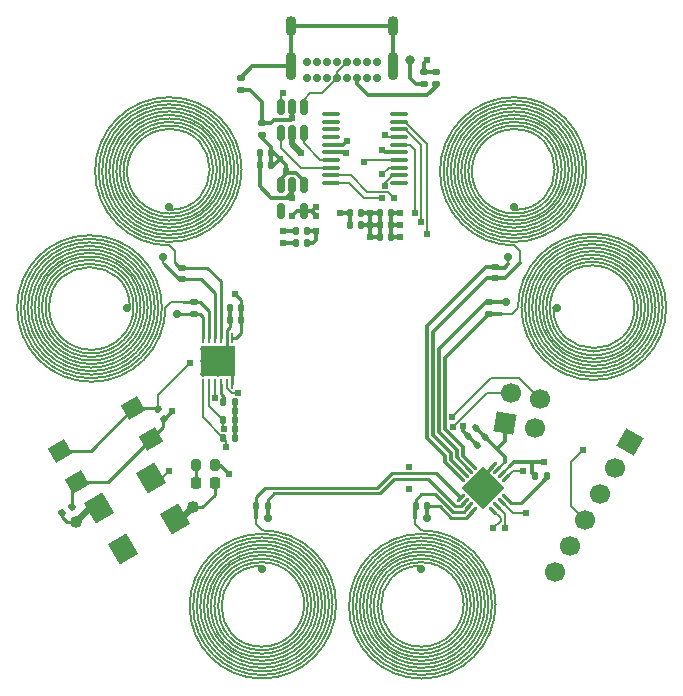
<source format=gtl>
%TF.GenerationSoftware,KiCad,Pcbnew,(6.0.8)*%
%TF.CreationDate,2023-11-01T21:59:58-07:00*%
%TF.ProjectId,OS3M_Mouse,4f53334d-5f4d-46f7-9573-652e6b696361,rev?*%
%TF.SameCoordinates,Original*%
%TF.FileFunction,Copper,L1,Top*%
%TF.FilePolarity,Positive*%
%FSLAX46Y46*%
G04 Gerber Fmt 4.6, Leading zero omitted, Abs format (unit mm)*
G04 Created by KiCad (PCBNEW (6.0.8)) date 2023-11-01 21:59:58*
%MOMM*%
%LPD*%
G01*
G04 APERTURE LIST*
G04 Aperture macros list*
%AMRoundRect*
0 Rectangle with rounded corners*
0 $1 Rounding radius*
0 $2 $3 $4 $5 $6 $7 $8 $9 X,Y pos of 4 corners*
0 Add a 4 corners polygon primitive as box body*
4,1,4,$2,$3,$4,$5,$6,$7,$8,$9,$2,$3,0*
0 Add four circle primitives for the rounded corners*
1,1,$1+$1,$2,$3*
1,1,$1+$1,$4,$5*
1,1,$1+$1,$6,$7*
1,1,$1+$1,$8,$9*
0 Add four rect primitives between the rounded corners*
20,1,$1+$1,$2,$3,$4,$5,0*
20,1,$1+$1,$4,$5,$6,$7,0*
20,1,$1+$1,$6,$7,$8,$9,0*
20,1,$1+$1,$8,$9,$2,$3,0*%
%AMHorizOval*
0 Thick line with rounded ends*
0 $1 width*
0 $2 $3 position (X,Y) of the first rounded end (center of the circle)*
0 $4 $5 position (X,Y) of the second rounded end (center of the circle)*
0 Add line between two ends*
20,1,$1,$2,$3,$4,$5,0*
0 Add two circle primitives to create the rounded ends*
1,1,$1,$2,$3*
1,1,$1,$4,$5*%
%AMRotRect*
0 Rectangle, with rotation*
0 The origin of the aperture is its center*
0 $1 length*
0 $2 width*
0 $3 Rotation angle, in degrees counterclockwise*
0 Add horizontal line*
21,1,$1,$2,0,0,$3*%
G04 Aperture macros list end*
%TA.AperFunction,EtchedComponent*%
%ADD10C,0.150000*%
%TD*%
%TA.AperFunction,ComponentPad*%
%ADD11RotRect,1.700000X1.700000X170.000000*%
%TD*%
%TA.AperFunction,ComponentPad*%
%ADD12HorizOval,1.700000X0.000000X0.000000X0.000000X0.000000X0*%
%TD*%
%TA.AperFunction,SMDPad,CuDef*%
%ADD13RoundRect,0.140000X-0.140000X-0.170000X0.140000X-0.170000X0.140000X0.170000X-0.140000X0.170000X0*%
%TD*%
%TA.AperFunction,SMDPad,CuDef*%
%ADD14RoundRect,0.140000X0.140000X0.170000X-0.140000X0.170000X-0.140000X-0.170000X0.140000X-0.170000X0*%
%TD*%
%TA.AperFunction,SMDPad,CuDef*%
%ADD15RoundRect,0.218750X0.218750X0.256250X-0.218750X0.256250X-0.218750X-0.256250X0.218750X-0.256250X0*%
%TD*%
%TA.AperFunction,SMDPad,CuDef*%
%ADD16RotRect,1.800000X2.000000X30.000000*%
%TD*%
%TA.AperFunction,SMDPad,CuDef*%
%ADD17RoundRect,0.150000X-0.150000X0.512500X-0.150000X-0.512500X0.150000X-0.512500X0.150000X0.512500X0*%
%TD*%
%TA.AperFunction,SMDPad,CuDef*%
%ADD18RoundRect,0.140000X-0.021213X0.219203X-0.219203X0.021213X0.021213X-0.219203X0.219203X-0.021213X0*%
%TD*%
%TA.AperFunction,ComponentPad*%
%ADD19C,0.700000*%
%TD*%
%TA.AperFunction,SMDPad,CuDef*%
%ADD20RoundRect,0.037500X0.037500X0.037500X-0.037500X0.037500X-0.037500X-0.037500X0.037500X-0.037500X0*%
%TD*%
%TA.AperFunction,SMDPad,CuDef*%
%ADD21RoundRect,0.135000X0.135000X0.185000X-0.135000X0.185000X-0.135000X-0.185000X0.135000X-0.185000X0*%
%TD*%
%TA.AperFunction,SMDPad,CuDef*%
%ADD22RoundRect,0.037500X-0.037500X0.037500X-0.037500X-0.037500X0.037500X-0.037500X0.037500X0.037500X0*%
%TD*%
%TA.AperFunction,SMDPad,CuDef*%
%ADD23RoundRect,0.037500X0.037500X-0.037500X0.037500X0.037500X-0.037500X0.037500X-0.037500X-0.037500X0*%
%TD*%
%TA.AperFunction,SMDPad,CuDef*%
%ADD24RoundRect,0.062500X0.062500X-0.375000X0.062500X0.375000X-0.062500X0.375000X-0.062500X-0.375000X0*%
%TD*%
%TA.AperFunction,ComponentPad*%
%ADD25C,0.500000*%
%TD*%
%TA.AperFunction,SMDPad,CuDef*%
%ADD26R,3.000000X2.600000*%
%TD*%
%TA.AperFunction,SMDPad,CuDef*%
%ADD27RoundRect,0.100000X0.637500X0.100000X-0.637500X0.100000X-0.637500X-0.100000X0.637500X-0.100000X0*%
%TD*%
%TA.AperFunction,ComponentPad*%
%ADD28RotRect,1.700000X1.700000X330.000000*%
%TD*%
%TA.AperFunction,ComponentPad*%
%ADD29HorizOval,1.700000X0.000000X0.000000X0.000000X0.000000X0*%
%TD*%
%TA.AperFunction,SMDPad,CuDef*%
%ADD30RoundRect,0.135000X0.185000X-0.135000X0.185000X0.135000X-0.185000X0.135000X-0.185000X-0.135000X0*%
%TD*%
%TA.AperFunction,SMDPad,CuDef*%
%ADD31RoundRect,0.140000X-0.217224X0.036244X-0.077224X-0.206244X0.217224X-0.036244X0.077224X0.206244X0*%
%TD*%
%TA.AperFunction,SMDPad,CuDef*%
%ADD32RoundRect,0.140000X-0.036244X-0.217224X0.206244X-0.077224X0.036244X0.217224X-0.206244X0.077224X0*%
%TD*%
%TA.AperFunction,SMDPad,CuDef*%
%ADD33RoundRect,0.135000X-0.185000X0.135000X-0.185000X-0.135000X0.185000X-0.135000X0.185000X0.135000X0*%
%TD*%
%TA.AperFunction,SMDPad,CuDef*%
%ADD34RoundRect,0.140000X0.170000X-0.140000X0.170000X0.140000X-0.170000X0.140000X-0.170000X-0.140000X0*%
%TD*%
%TA.AperFunction,SMDPad,CuDef*%
%ADD35RoundRect,0.200000X0.200000X0.275000X-0.200000X0.275000X-0.200000X-0.275000X0.200000X-0.275000X0*%
%TD*%
%TA.AperFunction,SMDPad,CuDef*%
%ADD36RoundRect,0.140000X-0.170000X0.140000X-0.170000X-0.140000X0.170000X-0.140000X0.170000X0.140000X0*%
%TD*%
%TA.AperFunction,ComponentPad*%
%ADD37O,0.900000X1.700000*%
%TD*%
%TA.AperFunction,ComponentPad*%
%ADD38O,0.900000X2.400000*%
%TD*%
%TA.AperFunction,SMDPad,CuDef*%
%ADD39RoundRect,0.135000X-0.135000X-0.185000X0.135000X-0.185000X0.135000X0.185000X-0.135000X0.185000X0*%
%TD*%
%TA.AperFunction,SMDPad,CuDef*%
%ADD40RoundRect,0.037500X-0.037500X-0.037500X0.037500X-0.037500X0.037500X0.037500X-0.037500X0.037500X0*%
%TD*%
%TA.AperFunction,SMDPad,CuDef*%
%ADD41RoundRect,0.062500X0.309359X-0.220971X-0.220971X0.309359X-0.309359X0.220971X0.220971X-0.309359X0*%
%TD*%
%TA.AperFunction,SMDPad,CuDef*%
%ADD42RoundRect,0.062500X0.309359X0.220971X0.220971X0.309359X-0.309359X-0.220971X-0.220971X-0.309359X0*%
%TD*%
%TA.AperFunction,SMDPad,CuDef*%
%ADD43RotRect,2.600000X2.600000X135.000000*%
%TD*%
%TA.AperFunction,SMDPad,CuDef*%
%ADD44RotRect,1.600000X1.400000X210.000000*%
%TD*%
%TA.AperFunction,ViaPad*%
%ADD45C,0.609600*%
%TD*%
%TA.AperFunction,ViaPad*%
%ADD46C,1.016000*%
%TD*%
%TA.AperFunction,ViaPad*%
%ADD47C,0.800000*%
%TD*%
%TA.AperFunction,Conductor*%
%ADD48C,0.304800*%
%TD*%
%TA.AperFunction,Conductor*%
%ADD49C,0.508000*%
%TD*%
%TA.AperFunction,Conductor*%
%ADD50C,0.254000*%
%TD*%
%TA.AperFunction,Conductor*%
%ADD51C,0.152400*%
%TD*%
%TA.AperFunction,Conductor*%
%ADD52C,0.250000*%
%TD*%
%TA.AperFunction,Conductor*%
%ADD53C,0.300000*%
%TD*%
G04 APERTURE END LIST*
D10*
%TO.C,L1*%
X156534844Y-90570000D02*
X156034844Y-90570000D01*
X157534844Y-91070000D02*
X157034844Y-91570000D01*
X157034844Y-91570000D02*
X156034844Y-91570000D01*
X159634844Y-91070000D02*
G75*
G03*
X168284844Y-91070000I4325000J0D01*
G01*
X159934844Y-91070000D02*
G75*
G03*
X167984844Y-91070000I4025000J0D01*
G01*
X160534844Y-91070000D02*
G75*
G03*
X167384844Y-91070000I3425000J0D01*
G01*
X160234844Y-91070000D02*
G75*
G03*
X167684844Y-91070000I3725000J0D01*
G01*
X168284844Y-91070000D02*
G75*
G03*
X159334844Y-91070000I-4475000J2514D01*
G01*
X158734844Y-91070000D02*
G75*
G03*
X169184844Y-91070000I5225000J0D01*
G01*
X158134844Y-91070000D02*
G75*
G03*
X169784844Y-91070000I5825000J0D01*
G01*
X159034844Y-91070000D02*
G75*
G03*
X168884844Y-91070000I4925000J0D01*
G01*
X157834844Y-91070000D02*
G75*
G03*
X170084844Y-91070000I6125000J0D01*
G01*
X168584844Y-91070000D02*
G75*
G03*
X159034844Y-91070000I-4775000J2356D01*
G01*
X169484844Y-91070000D02*
G75*
G03*
X158134844Y-91070000I-5675000J1982D01*
G01*
X158434844Y-91070000D02*
G75*
G03*
X169484844Y-91070000I5525000J0D01*
G01*
X159334844Y-91070000D02*
G75*
G03*
X168584844Y-91070000I4625000J0D01*
G01*
X167984844Y-91070000D02*
G75*
G03*
X159634844Y-91070000I-4175000J2695D01*
G01*
X167684844Y-91070000D02*
G75*
G03*
X159934844Y-91070000I-3875000J2903D01*
G01*
X169784844Y-91070000D02*
G75*
G03*
X157834844Y-91070000I-5975000J1883D01*
G01*
X170084844Y-91070000D02*
G75*
G03*
X157534844Y-91070000I-6275000J1793D01*
G01*
X168884844Y-91070000D02*
G75*
G03*
X158734844Y-91070000I-5075000J2217D01*
G01*
X169184844Y-91070000D02*
G75*
G03*
X158434844Y-91070000I-5375000J2093D01*
G01*
X167384844Y-91070000D02*
G75*
G03*
X160234844Y-91070000I-3575000J3147D01*
G01*
%TO.C,L2*%
X156709844Y-86805000D02*
X156709844Y-87305000D01*
X157209844Y-85805000D02*
X157709844Y-86305000D01*
X157709844Y-86305000D02*
X157709844Y-87305000D01*
X157209844Y-84005000D02*
G75*
G03*
X157209844Y-74755000I0J4625000D01*
G01*
X157209844Y-74755000D02*
G75*
G03*
X157209844Y-84305000I-2356J-4775000D01*
G01*
X157209844Y-85505000D02*
G75*
G03*
X157209844Y-73255000I0J6125000D01*
G01*
X157209844Y-73555000D02*
G75*
G03*
X157209844Y-85505000I-1883J-5975000D01*
G01*
X157209844Y-75655000D02*
G75*
G03*
X157209844Y-83405000I-2903J-3875000D01*
G01*
X157209844Y-75955000D02*
G75*
G03*
X157209844Y-83105000I-3147J-3575000D01*
G01*
X157209844Y-83105000D02*
G75*
G03*
X157209844Y-75655000I0J3725000D01*
G01*
X157209844Y-85205000D02*
G75*
G03*
X157209844Y-73555000I0J5825000D01*
G01*
X157209844Y-83405000D02*
G75*
G03*
X157209844Y-75355000I0J4025000D01*
G01*
X157209844Y-73855000D02*
G75*
G03*
X157209844Y-85205000I-1982J-5675000D01*
G01*
X157209844Y-83705000D02*
G75*
G03*
X157209844Y-75055000I0J4325000D01*
G01*
X157209844Y-75055000D02*
G75*
G03*
X157209844Y-84005000I-2514J-4475000D01*
G01*
X157209844Y-84305000D02*
G75*
G03*
X157209844Y-74455000I0J4925000D01*
G01*
X157209844Y-74155000D02*
G75*
G03*
X157209844Y-84905000I-2093J-5375000D01*
G01*
X157209844Y-73255000D02*
G75*
G03*
X157209844Y-85805000I-1793J-6275000D01*
G01*
X157209844Y-82805000D02*
G75*
G03*
X157209844Y-75955000I0J3425000D01*
G01*
X157209844Y-84605000D02*
G75*
G03*
X157209844Y-74155000I0J5225000D01*
G01*
X157209844Y-74455000D02*
G75*
G03*
X157209844Y-84605000I-2217J-5075000D01*
G01*
X157209844Y-84905000D02*
G75*
G03*
X157209844Y-73855000I0J5525000D01*
G01*
X157209844Y-75355000D02*
G75*
G03*
X157209844Y-83705000I-2695J-4175000D01*
G01*
%TO.C,L3*%
X135859844Y-109925000D02*
X135359844Y-109425000D01*
X136359844Y-108925000D02*
X136359844Y-108425000D01*
X135359844Y-109425000D02*
X135359844Y-108425000D01*
X135859844Y-121575000D02*
G75*
G03*
X135859844Y-110825000I2093J5375000D01*
G01*
X135859844Y-111425000D02*
G75*
G03*
X135859844Y-121275000I0J-4925000D01*
G01*
X135859844Y-112925000D02*
G75*
G03*
X135859844Y-119775000I0J-3425000D01*
G01*
X135859844Y-112625000D02*
G75*
G03*
X135859844Y-120075000I0J-3725000D01*
G01*
X135859844Y-110825000D02*
G75*
G03*
X135859844Y-121875000I0J-5525000D01*
G01*
X135859844Y-122475000D02*
G75*
G03*
X135859844Y-109925000I1793J6275000D01*
G01*
X135859844Y-110525000D02*
G75*
G03*
X135859844Y-122175000I0J-5825000D01*
G01*
X135859844Y-122175000D02*
G75*
G03*
X135859844Y-110225000I1883J5975000D01*
G01*
X135859844Y-120375000D02*
G75*
G03*
X135859844Y-112025000I2695J4175000D01*
G01*
X135859844Y-121275000D02*
G75*
G03*
X135859844Y-111125000I2217J5075000D01*
G01*
X135859844Y-119775000D02*
G75*
G03*
X135859844Y-112625000I3147J3575000D01*
G01*
X135859844Y-111725000D02*
G75*
G03*
X135859844Y-120975000I0J-4625000D01*
G01*
X135859844Y-112025000D02*
G75*
G03*
X135859844Y-120675000I0J-4325000D01*
G01*
X135859844Y-121875000D02*
G75*
G03*
X135859844Y-110525000I1982J5675000D01*
G01*
X135859844Y-110225000D02*
G75*
G03*
X135859844Y-122475000I0J-6125000D01*
G01*
X135859844Y-111125000D02*
G75*
G03*
X135859844Y-121575000I0J-5225000D01*
G01*
X135859844Y-112325000D02*
G75*
G03*
X135859844Y-120375000I0J-4025000D01*
G01*
X135859844Y-120675000D02*
G75*
G03*
X135859844Y-111725000I2514J4475000D01*
G01*
X135859844Y-120075000D02*
G75*
G03*
X135859844Y-112325000I2903J3875000D01*
G01*
X135859844Y-120975000D02*
G75*
G03*
X135859844Y-111425000I2356J4775000D01*
G01*
%TO.C,L5*%
X128009844Y-85805000D02*
X128509844Y-86305000D01*
X128509844Y-86305000D02*
X128509844Y-87305000D01*
X127509844Y-86805000D02*
X127509844Y-87305000D01*
X128009844Y-84905000D02*
G75*
G03*
X128009844Y-73855000I0J5525000D01*
G01*
X128009844Y-75055000D02*
G75*
G03*
X128009844Y-84005000I-2514J-4475000D01*
G01*
X128009844Y-73855000D02*
G75*
G03*
X128009844Y-85205000I-1982J-5675000D01*
G01*
X128009844Y-85505000D02*
G75*
G03*
X128009844Y-73255000I0J6125000D01*
G01*
X128009844Y-85205000D02*
G75*
G03*
X128009844Y-73555000I0J5825000D01*
G01*
X128009844Y-84605000D02*
G75*
G03*
X128009844Y-74155000I0J5225000D01*
G01*
X128009844Y-74755000D02*
G75*
G03*
X128009844Y-84305000I-2356J-4775000D01*
G01*
X128009844Y-83705000D02*
G75*
G03*
X128009844Y-75055000I0J4325000D01*
G01*
X128009844Y-75655000D02*
G75*
G03*
X128009844Y-83405000I-2903J-3875000D01*
G01*
X128009844Y-75355000D02*
G75*
G03*
X128009844Y-83705000I-2695J-4175000D01*
G01*
X128009844Y-82805000D02*
G75*
G03*
X128009844Y-75955000I0J3425000D01*
G01*
X128009844Y-83405000D02*
G75*
G03*
X128009844Y-75355000I0J4025000D01*
G01*
X128009844Y-83105000D02*
G75*
G03*
X128009844Y-75655000I0J3725000D01*
G01*
X128009844Y-73555000D02*
G75*
G03*
X128009844Y-85505000I-1883J-5975000D01*
G01*
X128009844Y-84005000D02*
G75*
G03*
X128009844Y-74755000I0J4625000D01*
G01*
X128009844Y-84305000D02*
G75*
G03*
X128009844Y-74455000I0J4925000D01*
G01*
X128009844Y-74155000D02*
G75*
G03*
X128009844Y-84905000I-2093J-5375000D01*
G01*
X128009844Y-73255000D02*
G75*
G03*
X128009844Y-85805000I-1793J-6275000D01*
G01*
X128009844Y-74455000D02*
G75*
G03*
X128009844Y-84605000I-2217J-5075000D01*
G01*
X128009844Y-75955000D02*
G75*
G03*
X128009844Y-83105000I-3147J-3575000D01*
G01*
%TO.C,L4*%
X149859844Y-108925000D02*
X149859844Y-108425000D01*
X149359844Y-109925000D02*
X148859844Y-109425000D01*
X148859844Y-109425000D02*
X148859844Y-108425000D01*
X149359844Y-111125000D02*
G75*
G03*
X149359844Y-121575000I0J-5225000D01*
G01*
X149359844Y-119775000D02*
G75*
G03*
X149359844Y-112625000I3147J3575000D01*
G01*
X149359844Y-111725000D02*
G75*
G03*
X149359844Y-120975000I0J-4625000D01*
G01*
X149359844Y-112025000D02*
G75*
G03*
X149359844Y-120675000I0J-4325000D01*
G01*
X149359844Y-120675000D02*
G75*
G03*
X149359844Y-111725000I2514J4475000D01*
G01*
X149359844Y-112325000D02*
G75*
G03*
X149359844Y-120375000I0J-4025000D01*
G01*
X149359844Y-111425000D02*
G75*
G03*
X149359844Y-121275000I0J-4925000D01*
G01*
X149359844Y-121875000D02*
G75*
G03*
X149359844Y-110525000I1982J5675000D01*
G01*
X149359844Y-121275000D02*
G75*
G03*
X149359844Y-111125000I2217J5075000D01*
G01*
X149359844Y-110525000D02*
G75*
G03*
X149359844Y-122175000I0J-5825000D01*
G01*
X149359844Y-110225000D02*
G75*
G03*
X149359844Y-122475000I0J-6125000D01*
G01*
X149359844Y-112925000D02*
G75*
G03*
X149359844Y-119775000I0J-3425000D01*
G01*
X149359844Y-121575000D02*
G75*
G03*
X149359844Y-110825000I2093J5375000D01*
G01*
X149359844Y-120975000D02*
G75*
G03*
X149359844Y-111425000I2356J4775000D01*
G01*
X149359844Y-120375000D02*
G75*
G03*
X149359844Y-112025000I2695J4175000D01*
G01*
X149359844Y-120075000D02*
G75*
G03*
X149359844Y-112325000I2903J3875000D01*
G01*
X149359844Y-110825000D02*
G75*
G03*
X149359844Y-121875000I0J-5525000D01*
G01*
X149359844Y-122175000D02*
G75*
G03*
X149359844Y-110225000I1883J5975000D01*
G01*
X149359844Y-112625000D02*
G75*
G03*
X149359844Y-120075000I0J-3725000D01*
G01*
X149359844Y-122475000D02*
G75*
G03*
X149359844Y-109925000I1793J6275000D01*
G01*
%TO.C,L6*%
X128184844Y-90570000D02*
X129184844Y-90570000D01*
X127684844Y-91070000D02*
X128184844Y-90570000D01*
X128684844Y-91570000D02*
X129184844Y-91570000D01*
X116634844Y-91070000D02*
G75*
G03*
X126184844Y-91070000I4775000J-2356D01*
G01*
X126784844Y-91070000D02*
G75*
G03*
X115734844Y-91070000I-5525000J0D01*
G01*
X124684844Y-91070000D02*
G75*
G03*
X117834844Y-91070000I-3425000J0D01*
G01*
X125284844Y-91070000D02*
G75*
G03*
X117234844Y-91070000I-4025000J0D01*
G01*
X116034844Y-91070000D02*
G75*
G03*
X126784844Y-91070000I5375000J-2093D01*
G01*
X117834844Y-91070000D02*
G75*
G03*
X124984844Y-91070000I3575000J-3147D01*
G01*
X125584844Y-91070000D02*
G75*
G03*
X116934844Y-91070000I-4325000J0D01*
G01*
X116934844Y-91070000D02*
G75*
G03*
X125884844Y-91070000I4475000J-2514D01*
G01*
X126184844Y-91070000D02*
G75*
G03*
X116334844Y-91070000I-4925000J0D01*
G01*
X127084844Y-91070000D02*
G75*
G03*
X115434844Y-91070000I-5825000J0D01*
G01*
X117534844Y-91070000D02*
G75*
G03*
X125284844Y-91070000I3875000J-2903D01*
G01*
X115134844Y-91070000D02*
G75*
G03*
X127684844Y-91070000I6275000J-1793D01*
G01*
X117234844Y-91070000D02*
G75*
G03*
X125584844Y-91070000I4175000J-2695D01*
G01*
X127384844Y-91070000D02*
G75*
G03*
X115134844Y-91070000I-6125000J0D01*
G01*
X115734844Y-91070000D02*
G75*
G03*
X127084844Y-91070000I5675000J-1982D01*
G01*
X116334844Y-91070000D02*
G75*
G03*
X126484844Y-91070000I5075000J-2217D01*
G01*
X115434844Y-91070000D02*
G75*
G03*
X127384844Y-91070000I5975000J-1883D01*
G01*
X124984844Y-91070000D02*
G75*
G03*
X117534844Y-91070000I-3725000J0D01*
G01*
X126484844Y-91070000D02*
G75*
G03*
X116034844Y-91070000I-5225000J0D01*
G01*
X125884844Y-91070000D02*
G75*
G03*
X116634844Y-91070000I-4625000J0D01*
G01*
%TD*%
D11*
%TO.P,J3,1,Pin_1*%
%TO.N,+3.3V*%
X156464000Y-100838000D03*
D12*
%TO.P,J3,2,Pin_2*%
%TO.N,GND*%
X158965412Y-101279066D03*
%TO.P,J3,3,Pin_3*%
%TO.N,/I2C1_SDA*%
X156905066Y-98336588D03*
%TO.P,J3,4,Pin_4*%
%TO.N,/I2C1_SCL*%
X159406478Y-98777655D03*
%TD*%
D13*
%TO.P,C15,1*%
%TO.N,+3.3V*%
X145824000Y-83058000D03*
%TO.P,C15,2*%
%TO.N,GND*%
X146784000Y-83058000D03*
%TD*%
D14*
%TO.P,C11,1*%
%TO.N,+3.3V*%
X144244000Y-83058000D03*
%TO.P,C11,2*%
%TO.N,GND*%
X143284000Y-83058000D03*
%TD*%
D15*
%TO.P,D1,1,K*%
%TO.N,GND*%
X131851500Y-105918000D03*
%TO.P,D1,2,A*%
%TO.N,Net-(D1-Pad2)*%
X130276500Y-105918000D03*
%TD*%
D16*
%TO.P,X1,1,EN*%
%TO.N,unconnected-(X1-Pad1)*%
X124100295Y-111502051D03*
%TO.P,X1,2,GND*%
%TO.N,GND*%
X128499705Y-108962051D03*
%TO.P,X1,3,OUT*%
%TO.N,/40MHZ_CLK*%
X126499705Y-105497949D03*
%TO.P,X1,4,Vdd*%
%TO.N,+3.3V*%
X122100295Y-108037949D03*
%TD*%
D14*
%TO.P,C2,1*%
%TO.N,VBUS*%
X136624000Y-78994000D03*
%TO.P,C2,2*%
%TO.N,GND*%
X135664000Y-78994000D03*
%TD*%
%TO.P,C18,1*%
%TO.N,+3.3V*%
X134089844Y-91100000D03*
%TO.P,C18,2*%
%TO.N,GND*%
X133129844Y-91100000D03*
%TD*%
D17*
%TO.P,U5,1,I/O1*%
%TO.N,/USB_ESD_D-*%
X139380000Y-74046500D03*
%TO.P,U5,2,GND*%
%TO.N,GND*%
X138430000Y-74046500D03*
%TO.P,U5,3,I/O2*%
%TO.N,/USB_ESD_D+*%
X137480000Y-74046500D03*
%TO.P,U5,4,I/O2*%
%TO.N,/USB_D+*%
X137480000Y-76321500D03*
%TO.P,U5,5,VBUS*%
%TO.N,VBUS*%
X138430000Y-76321500D03*
%TO.P,U5,6,I/O1*%
%TO.N,/USB_D-*%
X139380000Y-76321500D03*
%TD*%
D18*
%TO.P,C5,1*%
%TO.N,+3.3V*%
X154009411Y-101260589D03*
%TO.P,C5,2*%
%TO.N,GND*%
X153330589Y-101939411D03*
%TD*%
D19*
%TO.P,L1,*%
%TO.N,*%
X160809844Y-91070000D03*
X156534844Y-90570000D03*
D20*
%TO.P,L1,1*%
%TO.N,Net-(C7-Pad1)*%
X156034844Y-91570000D03*
%TO.P,L1,2*%
%TO.N,Net-(C7-Pad2)*%
X156034844Y-90570000D03*
%TD*%
D21*
%TO.P,R3,1*%
%TO.N,+3.3V*%
X133619844Y-100600000D03*
%TO.P,R3,2*%
%TO.N,/I2C1_SDA*%
X132599844Y-100600000D03*
%TD*%
D14*
%TO.P,C17,1*%
%TO.N,+3.3V*%
X134089844Y-92100000D03*
%TO.P,C17,2*%
%TO.N,GND*%
X133129844Y-92100000D03*
%TD*%
D19*
%TO.P,L2,*%
%TO.N,*%
X156709844Y-86805000D03*
X157209844Y-82530000D03*
D22*
%TO.P,L2,1*%
%TO.N,Net-(C8-Pad1)*%
X157709844Y-87305000D03*
%TO.P,L2,2*%
%TO.N,Net-(C8-Pad2)*%
X156709844Y-87305000D03*
%TD*%
D19*
%TO.P,L3,*%
%TO.N,*%
X136359844Y-108925000D03*
X135859844Y-113200000D03*
D23*
%TO.P,L3,1*%
%TO.N,Net-(C9-Pad1)*%
X135359844Y-108425000D03*
%TO.P,L3,2*%
%TO.N,Net-(C9-Pad2)*%
X136359844Y-108425000D03*
%TD*%
D24*
%TO.P,U4,1,SCL*%
%TO.N,/I2C1_SCL*%
X130859844Y-97537500D03*
%TO.P,U4,2,SDA*%
%TO.N,/I2C1_SDA*%
X131359844Y-97537500D03*
%TO.P,U4,3,CLKIN*%
%TO.N,/40MHZ_CLK*%
X131859844Y-97537500D03*
%TO.P,U4,4,ADDR*%
%TO.N,Net-(R5-Pad1)*%
X132359844Y-97537500D03*
%TO.P,U4,5,INTB*%
%TO.N,/LDC1612_INTB*%
X132859844Y-97537500D03*
%TO.P,U4,6,SD*%
%TO.N,GND*%
X133359844Y-97537500D03*
%TO.P,U4,7,VDD*%
%TO.N,+3.3V*%
X133359844Y-93662500D03*
%TO.P,U4,8,GND*%
%TO.N,GND*%
X132859844Y-93662500D03*
%TO.P,U4,9,IN0A*%
%TO.N,Net-(C19-Pad1)*%
X132359844Y-93662500D03*
%TO.P,U4,10,IN0B*%
%TO.N,Net-(C19-Pad2)*%
X131859844Y-93662500D03*
%TO.P,U4,11,IN1A*%
%TO.N,Net-(C20-Pad1)*%
X131359844Y-93662500D03*
%TO.P,U4,12,IN1B*%
%TO.N,Net-(C20-Pad2)*%
X130859844Y-93662500D03*
D25*
%TO.P,U4,13,GND*%
%TO.N,GND*%
X133359844Y-95600000D03*
X130859844Y-95600000D03*
X130859844Y-94550000D03*
X132109844Y-94550000D03*
X133359844Y-94550000D03*
X133359844Y-96650000D03*
D26*
X132109844Y-95600000D03*
D25*
X132109844Y-96650000D03*
X132109844Y-95600000D03*
X130859844Y-96650000D03*
%TD*%
D17*
%TO.P,U1,1,VIN*%
%TO.N,VBUS*%
X139380000Y-80650500D03*
%TO.P,U1,2,GND*%
%TO.N,GND*%
X138430000Y-80650500D03*
%TO.P,U1,3,EN*%
%TO.N,VBUS*%
X137480000Y-80650500D03*
%TO.P,U1,4,NC*%
%TO.N,unconnected-(U1-Pad4)*%
X137480000Y-82925500D03*
%TO.P,U1,5,VOUT*%
%TO.N,+3.3V*%
X139380000Y-82925500D03*
%TD*%
D27*
%TO.P,U3,1,PB8*%
%TO.N,unconnected-(U3-Pad1)*%
X147472500Y-80525000D03*
%TO.P,U3,2,PF0*%
%TO.N,/I2C1_SDA*%
X147472500Y-79875000D03*
%TO.P,U3,3,PF1*%
%TO.N,/I2C1_SCL*%
X147472500Y-79225000D03*
%TO.P,U3,4,NRST*%
%TO.N,/~{RST}*%
X147472500Y-78575000D03*
%TO.P,U3,5,VDDA*%
%TO.N,+3.3V*%
X147472500Y-77925000D03*
%TO.P,U3,6,PA0*%
%TO.N,/LDC1614_INTB*%
X147472500Y-77275000D03*
%TO.P,U3,7,PA1*%
%TO.N,/LDC1612_INTB*%
X147472500Y-76625000D03*
%TO.P,U3,8,PA2*%
%TO.N,/UART2_TX*%
X147472500Y-75975000D03*
%TO.P,U3,9,PA3*%
%TO.N,/UART2_RX*%
X147472500Y-75325000D03*
%TO.P,U3,10,PA4*%
%TO.N,unconnected-(U3-Pad10)*%
X147472500Y-74675000D03*
%TO.P,U3,11,PA5*%
%TO.N,unconnected-(U3-Pad11)*%
X141747500Y-74675000D03*
%TO.P,U3,12,PA6*%
%TO.N,unconnected-(U3-Pad12)*%
X141747500Y-75325000D03*
%TO.P,U3,13,PA7*%
%TO.N,unconnected-(U3-Pad13)*%
X141747500Y-75975000D03*
%TO.P,U3,14,PB1*%
%TO.N,unconnected-(U3-Pad14)*%
X141747500Y-76625000D03*
%TO.P,U3,15,VSS*%
%TO.N,GND*%
X141747500Y-77275000D03*
%TO.P,U3,16,VDD*%
%TO.N,+3.3V*%
X141747500Y-77925000D03*
%TO.P,U3,17,PA9/PA11*%
%TO.N,/USB_D-*%
X141747500Y-78575000D03*
%TO.P,U3,18,PA10/PA12*%
%TO.N,/USB_D+*%
X141747500Y-79225000D03*
%TO.P,U3,19,PA13*%
%TO.N,/SWDIO*%
X141747500Y-79875000D03*
%TO.P,U3,20,PA14*%
%TO.N,/SWCLK*%
X141747500Y-80525000D03*
%TD*%
D19*
%TO.P,L5,*%
%TO.N,*%
X127509844Y-86805000D03*
X128009844Y-82530000D03*
D22*
%TO.P,L5,1*%
%TO.N,Net-(C19-Pad1)*%
X128509844Y-87305000D03*
%TO.P,L5,2*%
%TO.N,Net-(C19-Pad2)*%
X127509844Y-87305000D03*
%TD*%
D13*
%TO.P,C14,1*%
%TO.N,+3.3V*%
X145824000Y-84074000D03*
%TO.P,C14,2*%
%TO.N,GND*%
X146784000Y-84074000D03*
%TD*%
D19*
%TO.P,L4,*%
%TO.N,*%
X149359844Y-113200000D03*
X149859844Y-108925000D03*
D23*
%TO.P,L4,1*%
%TO.N,Net-(C10-Pad1)*%
X148859844Y-108425000D03*
%TO.P,L4,2*%
%TO.N,Net-(C10-Pad2)*%
X149859844Y-108425000D03*
%TD*%
D28*
%TO.P,J1,1,Pin_1*%
%TO.N,GND*%
X167005000Y-102450739D03*
D29*
%TO.P,J1,2,Pin_2*%
%TO.N,+3.3V*%
X165735000Y-104650444D03*
%TO.P,J1,3,Pin_3*%
%TO.N,/UART2_TX*%
X164465000Y-106850148D03*
%TO.P,J1,4,Pin_4*%
%TO.N,/UART2_RX*%
X163195000Y-109049853D03*
%TO.P,J1,5,Pin_5*%
%TO.N,/SWDIO*%
X161925000Y-111249557D03*
%TO.P,J1,6,Pin_6*%
%TO.N,/SWCLK*%
X160655000Y-113449262D03*
%TD*%
D13*
%TO.P,C3,1*%
%TO.N,+3.3V*%
X138712000Y-84582000D03*
%TO.P,C3,2*%
%TO.N,GND*%
X139672000Y-84582000D03*
%TD*%
D30*
%TO.P,R7,1*%
%TO.N,/CC1*%
X150609844Y-72100000D03*
%TO.P,R7,2*%
%TO.N,GND*%
X150609844Y-71080000D03*
%TD*%
D14*
%TO.P,C1,1*%
%TO.N,VBUS*%
X136624000Y-77978000D03*
%TO.P,C1,2*%
%TO.N,GND*%
X135664000Y-77978000D03*
%TD*%
D31*
%TO.P,C16,1*%
%TO.N,/~{RST}*%
X127060000Y-99684308D03*
%TO.P,C16,2*%
%TO.N,GND*%
X127540000Y-100515692D03*
%TD*%
D30*
%TO.P,R6,1*%
%TO.N,/CC2*%
X149609844Y-72110000D03*
%TO.P,R6,2*%
%TO.N,GND*%
X149609844Y-71090000D03*
%TD*%
D18*
%TO.P,C6,1*%
%TO.N,+3.3V*%
X154771411Y-102022589D03*
%TO.P,C6,2*%
%TO.N,GND*%
X154092589Y-102701411D03*
%TD*%
D21*
%TO.P,R4,1*%
%TO.N,+3.3V*%
X133619844Y-102100000D03*
%TO.P,R4,2*%
%TO.N,/I2C1_SCL*%
X132599844Y-102100000D03*
%TD*%
D32*
%TO.P,C22,1*%
%TO.N,+3.3V*%
X118964308Y-108444000D03*
%TO.P,C22,2*%
%TO.N,GND*%
X119795692Y-107964000D03*
%TD*%
D33*
%TO.P,R8,1*%
%TO.N,Net-(J2-PadS1)*%
X134109844Y-71590000D03*
%TO.P,R8,2*%
%TO.N,GND*%
X134109844Y-72610000D03*
%TD*%
D14*
%TO.P,C12,1*%
%TO.N,+3.3V*%
X144244000Y-84074000D03*
%TO.P,C12,2*%
%TO.N,GND*%
X143284000Y-84074000D03*
%TD*%
D13*
%TO.P,C13,1*%
%TO.N,+3.3V*%
X145824000Y-85090000D03*
%TO.P,C13,2*%
%TO.N,GND*%
X146784000Y-85090000D03*
%TD*%
D34*
%TO.P,C8,1*%
%TO.N,Net-(C8-Pad1)*%
X155609844Y-88580000D03*
%TO.P,C8,2*%
%TO.N,Net-(C8-Pad2)*%
X155609844Y-87620000D03*
%TD*%
D35*
%TO.P,R1,1*%
%TO.N,+3.3V*%
X131889000Y-104394000D03*
%TO.P,R1,2*%
%TO.N,Net-(D1-Pad2)*%
X130239000Y-104394000D03*
%TD*%
D36*
%TO.P,C20,1*%
%TO.N,Net-(C20-Pad1)*%
X130109844Y-90620000D03*
%TO.P,C20,2*%
%TO.N,Net-(C20-Pad2)*%
X130109844Y-91580000D03*
%TD*%
D34*
%TO.P,C21,1*%
%TO.N,VBUS*%
X135890000Y-76426000D03*
%TO.P,C21,2*%
%TO.N,GND*%
X135890000Y-75466000D03*
%TD*%
D19*
%TO.P,J2,A1,GND*%
%TO.N,GND*%
X145584844Y-71625000D03*
%TO.P,J2,A4,VBUS*%
%TO.N,VBUS*%
X144734844Y-71625000D03*
%TO.P,J2,A5,CC1*%
%TO.N,/CC1*%
X143884844Y-71625000D03*
%TO.P,J2,A6,D+*%
%TO.N,/USB_ESD_D+*%
X143034844Y-71625000D03*
%TO.P,J2,A7,D-*%
%TO.N,/USB_ESD_D-*%
X142184844Y-71625000D03*
%TO.P,J2,A8,SBU1*%
%TO.N,unconnected-(J2-PadA8)*%
X141334844Y-71625000D03*
%TO.P,J2,A9,VBUS*%
%TO.N,VBUS*%
X140484844Y-71625000D03*
%TO.P,J2,A12,GND*%
%TO.N,GND*%
X139634844Y-71625000D03*
%TO.P,J2,B1,GND*%
X139634844Y-70275000D03*
%TO.P,J2,B4,VBUS*%
%TO.N,VBUS*%
X140484844Y-70275000D03*
%TO.P,J2,B5,CC2*%
%TO.N,/CC2*%
X141334844Y-70275000D03*
%TO.P,J2,B6,D+*%
%TO.N,/USB_ESD_D+*%
X142184844Y-70275000D03*
%TO.P,J2,B7,D-*%
%TO.N,/USB_ESD_D-*%
X143034844Y-70275000D03*
%TO.P,J2,B8,SBU2*%
%TO.N,unconnected-(J2-PadB8)*%
X143884844Y-70275000D03*
%TO.P,J2,B9,VBUS*%
%TO.N,VBUS*%
X144734844Y-70275000D03*
%TO.P,J2,B12,GND*%
%TO.N,GND*%
X145584844Y-70275000D03*
D37*
%TO.P,J2,S1,SHIELD*%
%TO.N,Net-(J2-PadS1)*%
X138284844Y-67265000D03*
D38*
X146934844Y-70645000D03*
X138284844Y-70645000D03*
D37*
X146934844Y-67265000D03*
%TD*%
D39*
%TO.P,R5,1*%
%TO.N,Net-(R5-Pad1)*%
X132599844Y-99100000D03*
%TO.P,R5,2*%
%TO.N,+3.3V*%
X133619844Y-99100000D03*
%TD*%
D19*
%TO.P,L6,*%
%TO.N,*%
X128684844Y-91570000D03*
X124409844Y-91070000D03*
D40*
%TO.P,L6,1*%
%TO.N,Net-(C20-Pad1)*%
X129184844Y-90570000D03*
%TO.P,L6,2*%
%TO.N,Net-(C20-Pad2)*%
X129184844Y-91570000D03*
%TD*%
D13*
%TO.P,C10,1*%
%TO.N,Net-(C10-Pad1)*%
X148879844Y-107850000D03*
%TO.P,C10,2*%
%TO.N,Net-(C10-Pad2)*%
X149839844Y-107850000D03*
%TD*%
D41*
%TO.P,U2,1,SCL*%
%TO.N,/I2C1_SCL*%
X155449533Y-108250349D03*
%TO.P,U2,2,SDA*%
%TO.N,/I2C1_SDA*%
X155803087Y-107896796D03*
%TO.P,U2,3,CLKIN*%
%TO.N,/40MHZ_CLK*%
X156156640Y-107543243D03*
%TO.P,U2,4,ADDR*%
%TO.N,Net-(R2-Pad1)*%
X156510193Y-107189689D03*
D42*
%TO.P,U2,5,INTB*%
%TO.N,/LDC1614_INTB*%
X156510193Y-105510311D03*
%TO.P,U2,6,SD*%
%TO.N,GND*%
X156156640Y-105156757D03*
%TO.P,U2,7,VDD*%
%TO.N,+3.3V*%
X155803087Y-104803204D03*
%TO.P,U2,8,GND*%
%TO.N,GND*%
X155449533Y-104449651D03*
D41*
%TO.P,U2,9,IN0A*%
%TO.N,Net-(C7-Pad1)*%
X153770155Y-104449651D03*
%TO.P,U2,10,IN0B*%
%TO.N,Net-(C7-Pad2)*%
X153416601Y-104803204D03*
%TO.P,U2,11,IN1A*%
%TO.N,Net-(C8-Pad1)*%
X153063048Y-105156757D03*
%TO.P,U2,12,IN1B*%
%TO.N,Net-(C8-Pad2)*%
X152709495Y-105510311D03*
D42*
%TO.P,U2,13,IN2A*%
%TO.N,Net-(C9-Pad1)*%
X152709495Y-107189689D03*
%TO.P,U2,14,IN2B*%
%TO.N,Net-(C9-Pad2)*%
X153063048Y-107543243D03*
%TO.P,U2,15,IN3A*%
%TO.N,Net-(C10-Pad1)*%
X153416601Y-107896796D03*
%TO.P,U2,16,IN3B*%
%TO.N,Net-(C10-Pad2)*%
X153770155Y-108250349D03*
D25*
%TO.P,U2,17,GND*%
%TO.N,GND*%
X155352306Y-105607538D03*
X154609844Y-107834924D03*
D43*
X154609844Y-106350000D03*
D25*
X153867382Y-107092462D03*
X153867382Y-105607538D03*
X154609844Y-104865076D03*
X156094768Y-106350000D03*
X154609844Y-106350000D03*
X153124920Y-106350000D03*
X155352306Y-107092462D03*
%TD*%
D34*
%TO.P,C7,1*%
%TO.N,Net-(C7-Pad1)*%
X155109844Y-91580000D03*
%TO.P,C7,2*%
%TO.N,Net-(C7-Pad2)*%
X155109844Y-90620000D03*
%TD*%
D13*
%TO.P,C4,1*%
%TO.N,+3.3V*%
X138712000Y-85598000D03*
%TO.P,C4,2*%
%TO.N,GND*%
X139672000Y-85598000D03*
%TD*%
D36*
%TO.P,C19,1*%
%TO.N,Net-(C19-Pad1)*%
X129109844Y-87720000D03*
%TO.P,C19,2*%
%TO.N,Net-(C19-Pad2)*%
X129109844Y-88680000D03*
%TD*%
D21*
%TO.P,R2,1*%
%TO.N,Net-(R2-Pad1)*%
X160022000Y-105350000D03*
%TO.P,R2,2*%
%TO.N,GND*%
X159002000Y-105350000D03*
%TD*%
D44*
%TO.P,SW1,1,1*%
%TO.N,GND*%
X120232309Y-105799038D03*
X126467691Y-102199038D03*
%TO.P,SW1,2,2*%
%TO.N,/~{RST}*%
X118732309Y-103200962D03*
X124967691Y-99600962D03*
%TD*%
D13*
%TO.P,C9,1*%
%TO.N,Net-(C9-Pad1)*%
X135379844Y-107850000D03*
%TO.P,C9,2*%
%TO.N,Net-(C9-Pad2)*%
X136339844Y-107850000D03*
%TD*%
D45*
%TO.N,VBUS*%
X137922000Y-79502000D03*
X139192000Y-77978000D03*
X137414000Y-78486000D03*
%TO.N,GND*%
X149860000Y-70104000D03*
X147574000Y-85090000D03*
X143046946Y-76979265D03*
X142494000Y-83058000D03*
X159766000Y-104140000D03*
X140462000Y-84582000D03*
X147574000Y-84074000D03*
X147574000Y-83058000D03*
D46*
X130048000Y-107950000D03*
D45*
X128270000Y-99822000D03*
X152908000Y-101092000D03*
X138430000Y-81788000D03*
X138430000Y-75049900D03*
%TO.N,+3.3V*%
X145034000Y-84074000D03*
X133096000Y-105156000D03*
X137668000Y-84582000D03*
X138430000Y-83312000D03*
X137668000Y-85598000D03*
X146050000Y-77724000D03*
X143002000Y-77978000D03*
X133619844Y-99822000D03*
X140462000Y-83312000D03*
X145034000Y-83058000D03*
D46*
X120142000Y-109220000D03*
D45*
X140462000Y-82550000D03*
X145034000Y-85090000D03*
X133604000Y-89916000D03*
X133619844Y-101330156D03*
%TO.N,/~{RST}*%
X129794000Y-95758000D03*
X144526000Y-78740000D03*
%TO.N,/UART2_TX*%
X149352000Y-83820000D03*
%TO.N,/UART2_RX*%
X149860000Y-84836000D03*
X163068000Y-103124000D03*
%TO.N,/SWDIO*%
X147066000Y-81788000D03*
%TO.N,/SWCLK*%
X146050000Y-81788000D03*
%TO.N,/USB_ESD_D+*%
X137668000Y-72898000D03*
%TO.N,/I2C1_SDA*%
X146304000Y-80772000D03*
X132611700Y-101322300D03*
X156464000Y-109728000D03*
X152034964Y-101203036D03*
%TO.N,/I2C1_SCL*%
X132842000Y-102870000D03*
X151941144Y-100330000D03*
X155448000Y-109731117D03*
X146050000Y-79756000D03*
X148336000Y-104543700D03*
X148336000Y-106426000D03*
%TO.N,/LDC1614_INTB*%
X148844000Y-83058000D03*
X157927507Y-104885793D03*
%TO.N,/LDC1612_INTB*%
X146304000Y-76454000D03*
X133858000Y-98298000D03*
%TO.N,/40MHZ_CLK*%
X131919977Y-98760676D03*
X158242000Y-108458000D03*
X128016000Y-104902000D03*
D47*
%TO.N,/CC2*%
X148359844Y-70100000D03*
%TD*%
D48*
%TO.N,VBUS*%
X136624000Y-77978000D02*
X136906000Y-77978000D01*
X136906000Y-77978000D02*
X137414000Y-78486000D01*
X136624000Y-78994000D02*
X136906000Y-78994000D01*
X138128600Y-79708600D02*
X137922000Y-79502000D01*
X137969400Y-79708600D02*
X137480000Y-80198000D01*
X137922000Y-78994000D02*
X137922000Y-79502000D01*
X136624000Y-77442000D02*
X136624000Y-77978000D01*
X138382600Y-79708600D02*
X138128600Y-79708600D01*
D49*
X138430000Y-76321500D02*
X138430000Y-77216000D01*
D48*
X137480000Y-80198000D02*
X137480000Y-80650500D01*
X138382600Y-79708600D02*
X137969400Y-79708600D01*
X136624000Y-77978000D02*
X136624000Y-78994000D01*
X136906000Y-78994000D02*
X137414000Y-78486000D01*
X139380000Y-80330737D02*
X138757863Y-79708600D01*
D49*
X138430000Y-77216000D02*
X139192000Y-77978000D01*
D48*
X135890000Y-76426000D02*
X135890000Y-76708000D01*
X138757863Y-79708600D02*
X138382600Y-79708600D01*
X135890000Y-76708000D02*
X136624000Y-77442000D01*
X139380000Y-80650500D02*
X139380000Y-80330737D01*
X137414000Y-78486000D02*
X137922000Y-78994000D01*
%TO.N,GND*%
X146784000Y-83058000D02*
X146784000Y-84074000D01*
X135890000Y-73660000D02*
X135890000Y-75466000D01*
X146784000Y-84074000D02*
X146784000Y-85090000D01*
X158750000Y-104112000D02*
X159738000Y-104112000D01*
X137922000Y-81788000D02*
X138430000Y-81788000D01*
X136906000Y-75184000D02*
X138295900Y-75184000D01*
X146784000Y-85090000D02*
X147574000Y-85090000D01*
X128499705Y-108962051D02*
X129289949Y-108962051D01*
D50*
X131851500Y-106908500D02*
X130810000Y-107950000D01*
D51*
X156156640Y-105156757D02*
X156158443Y-105156757D01*
D48*
X149609844Y-71090000D02*
X149609844Y-70354156D01*
X159738000Y-104112000D02*
X159766000Y-104140000D01*
X149609844Y-71090000D02*
X150599844Y-71090000D01*
D50*
X133129844Y-92676156D02*
X133129844Y-92100000D01*
X120232309Y-105799038D02*
X122867691Y-105799038D01*
X122867691Y-105799038D02*
X126467691Y-102199038D01*
X132859844Y-93662500D02*
X132859844Y-92946156D01*
X127508000Y-101158729D02*
X127508000Y-100547692D01*
D49*
X128499705Y-108962051D02*
X129035949Y-108962051D01*
D48*
X150599844Y-71090000D02*
X150609844Y-71080000D01*
X157734000Y-104112000D02*
X157203200Y-104112000D01*
D50*
X154609844Y-105289340D02*
X154609844Y-106350000D01*
D48*
X135664000Y-78994000D02*
X135664000Y-80800000D01*
X143284000Y-83058000D02*
X142494000Y-83058000D01*
X146784000Y-83058000D02*
X147574000Y-83058000D01*
X143284000Y-84074000D02*
X143284000Y-83058000D01*
X157734000Y-104112000D02*
X158750000Y-104112000D01*
X140208000Y-85598000D02*
X140462000Y-85344000D01*
X149609844Y-70354156D02*
X149860000Y-70104000D01*
X136624000Y-75466000D02*
X136906000Y-75184000D01*
D50*
X127576308Y-100515692D02*
X128270000Y-99822000D01*
D48*
X135664000Y-77978000D02*
X135664000Y-78994000D01*
D50*
X126467691Y-102199038D02*
X127508000Y-101158729D01*
X132859844Y-92946156D02*
X133129844Y-92676156D01*
D48*
X158750000Y-104112000D02*
X158750000Y-105098000D01*
D51*
X156158443Y-105156757D02*
X156819600Y-104495600D01*
D48*
X135890000Y-75466000D02*
X136624000Y-75466000D01*
X139672000Y-84582000D02*
X140462000Y-84582000D01*
X138295900Y-75184000D02*
X138430000Y-75049900D01*
X141747500Y-77275000D02*
X142751211Y-77275000D01*
X140462000Y-85344000D02*
X140462000Y-84582000D01*
D50*
X119795692Y-107964000D02*
X119795692Y-106235655D01*
D48*
X133129844Y-91100000D02*
X133129844Y-92100000D01*
X138430000Y-74046500D02*
X138430000Y-75049900D01*
X158750000Y-105098000D02*
X159002000Y-105350000D01*
X139672000Y-85598000D02*
X140208000Y-85598000D01*
X138430000Y-81280000D02*
X138430000Y-80650500D01*
X152908000Y-101516822D02*
X153330589Y-101939411D01*
X157203200Y-104112000D02*
X156819600Y-104495600D01*
D50*
X131851500Y-105918000D02*
X131851500Y-106908500D01*
D48*
X142751211Y-77275000D02*
X143046946Y-76979265D01*
D50*
X127508000Y-100547692D02*
X127540000Y-100515692D01*
X130810000Y-107950000D02*
X130048000Y-107950000D01*
D48*
X134109844Y-72610000D02*
X134840000Y-72610000D01*
D52*
X133359844Y-97537500D02*
X133359844Y-96650000D01*
D48*
X153330589Y-101939411D02*
X154092589Y-102701411D01*
X136652000Y-81788000D02*
X137922000Y-81788000D01*
X138430000Y-80650500D02*
X138430000Y-81788000D01*
D50*
X155449533Y-104449651D02*
X154609844Y-105289340D01*
D49*
X129035949Y-108962051D02*
X130048000Y-107950000D01*
D50*
X132859844Y-94850000D02*
X132109844Y-95600000D01*
X119795692Y-106235655D02*
X120232309Y-105799038D01*
D48*
X135664000Y-80800000D02*
X136652000Y-81788000D01*
D50*
X127540000Y-100515692D02*
X127576308Y-100515692D01*
D48*
X134840000Y-72610000D02*
X135890000Y-73660000D01*
D50*
X132859844Y-93662500D02*
X132859844Y-94850000D01*
D48*
X137922000Y-81788000D02*
X138430000Y-81280000D01*
X146784000Y-84074000D02*
X147574000Y-84074000D01*
X152908000Y-101092000D02*
X152908000Y-101516822D01*
%TO.N,+3.3V*%
X156464000Y-103715178D02*
X156464000Y-104140000D01*
X144244000Y-83058000D02*
X145034000Y-83058000D01*
X134089844Y-91100000D02*
X134089844Y-92100000D01*
D51*
X156464000Y-104142291D02*
X155803087Y-104803204D01*
D48*
X139380000Y-82925500D02*
X140075500Y-82925500D01*
D50*
X134089844Y-93240156D02*
X134089844Y-92100000D01*
X134089844Y-90401844D02*
X133604000Y-89916000D01*
X118964308Y-108444000D02*
X118964308Y-108804308D01*
D48*
X156464000Y-102362000D02*
X155787411Y-103038589D01*
D49*
X122100295Y-108037949D02*
X121324051Y-108037949D01*
D48*
X145824000Y-83058000D02*
X145034000Y-83058000D01*
X145824000Y-84074000D02*
X145034000Y-84074000D01*
D50*
X133667500Y-93662500D02*
X134089844Y-93240156D01*
D48*
X138712000Y-85598000D02*
X137668000Y-85598000D01*
X139380000Y-82925500D02*
X138816500Y-82925500D01*
X147472500Y-77925000D02*
X146251000Y-77925000D01*
X145034000Y-84074000D02*
X145034000Y-85090000D01*
X141747500Y-77925000D02*
X142949000Y-77925000D01*
X138816500Y-82925500D02*
X138430000Y-83312000D01*
D50*
X119380000Y-109220000D02*
X120142000Y-109220000D01*
D48*
X146251000Y-77925000D02*
X146050000Y-77724000D01*
X133619844Y-100600000D02*
X133619844Y-102100000D01*
D49*
X121324051Y-108037949D02*
X120142000Y-109220000D01*
D48*
X155787411Y-103038589D02*
X156464000Y-103715178D01*
X133619844Y-99100000D02*
X133619844Y-100600000D01*
X140075500Y-82925500D02*
X140462000Y-83312000D01*
D50*
X131889000Y-104394000D02*
X132334000Y-104394000D01*
D48*
X139380000Y-82925500D02*
X140086500Y-82925500D01*
D50*
X132334000Y-104394000D02*
X133096000Y-105156000D01*
X134089844Y-91100000D02*
X134089844Y-90401844D01*
X156464000Y-101346000D02*
X156464000Y-100838000D01*
X133359844Y-93662500D02*
X133667500Y-93662500D01*
X118964308Y-108804308D02*
X119380000Y-109220000D01*
D48*
X145824000Y-85090000D02*
X145034000Y-85090000D01*
X145824000Y-84074000D02*
X145824000Y-85090000D01*
X154771411Y-102022589D02*
X155787411Y-103038589D01*
D51*
X156464000Y-104140000D02*
X156464000Y-104142291D01*
D48*
X145824000Y-83058000D02*
X145824000Y-84074000D01*
X145034000Y-83058000D02*
X145034000Y-84074000D01*
X142949000Y-77925000D02*
X143002000Y-77978000D01*
X140086500Y-82925500D02*
X140462000Y-82550000D01*
X154009411Y-101260589D02*
X154771411Y-102022589D01*
X138712000Y-84582000D02*
X137668000Y-84582000D01*
X156464000Y-100838000D02*
X156464000Y-102362000D01*
X144244000Y-84074000D02*
X145034000Y-84074000D01*
D53*
%TO.N,Net-(C7-Pad1)*%
X152920504Y-102910660D02*
X151359844Y-101350000D01*
D52*
X153770155Y-104449651D02*
X152920504Y-103600000D01*
D53*
X151359844Y-101350000D02*
X151359844Y-95330000D01*
X152920504Y-103600000D02*
X152920504Y-102910660D01*
X151359844Y-95330000D02*
X155109844Y-91580000D01*
X156088594Y-91570000D02*
X155131094Y-91570000D01*
%TO.N,Net-(C7-Pad2)*%
X150859844Y-94600000D02*
X154839844Y-90620000D01*
X156338594Y-90600000D02*
X155381094Y-90600000D01*
X152359844Y-103100000D02*
X150859844Y-101600000D01*
X152359844Y-103746447D02*
X152359844Y-103100000D01*
X150859844Y-101600000D02*
X150859844Y-94600000D01*
X154839844Y-90620000D02*
X155109844Y-90620000D01*
D52*
X153416601Y-104803204D02*
X152359844Y-103746447D01*
D53*
%TO.N,Net-(C8-Pad1)*%
X150359844Y-93100000D02*
X154879844Y-88580000D01*
X154879844Y-88580000D02*
X155609844Y-88580000D01*
X151859844Y-103953553D02*
X151859844Y-103350000D01*
D52*
X153063048Y-105156757D02*
X151859844Y-103953553D01*
D53*
X150359844Y-101850000D02*
X150359844Y-93100000D01*
X151859844Y-103350000D02*
X150359844Y-101850000D01*
X157184844Y-87825000D02*
X156434844Y-88575000D01*
X156409844Y-88600000D02*
X155590156Y-88600000D01*
X156509844Y-88500000D02*
X156409844Y-88600000D01*
X157684844Y-87325000D02*
X156934844Y-88075000D01*
%TO.N,Net-(C8-Pad2)*%
X149859844Y-92600000D02*
X154839844Y-87620000D01*
D52*
X152709495Y-105510311D02*
X151359844Y-104160660D01*
D53*
X156409844Y-87700000D02*
X155500000Y-87700000D01*
X156709844Y-87400000D02*
X156559844Y-87550000D01*
X154839844Y-87620000D02*
X155609844Y-87620000D01*
X149859844Y-102100000D02*
X149859844Y-92600000D01*
X151359844Y-104160660D02*
X151359844Y-103600000D01*
X151359844Y-103600000D02*
X149859844Y-102100000D01*
X156634844Y-87475000D02*
X156484844Y-87625000D01*
X156459844Y-87650000D02*
X156409844Y-87700000D01*
D52*
%TO.N,Net-(C9-Pad1)*%
X136109844Y-106350000D02*
X135379844Y-107080000D01*
X152699533Y-107189689D02*
X150609844Y-105100000D01*
X145609844Y-106350000D02*
X136109844Y-106350000D01*
X152709495Y-107189689D02*
X152699533Y-107189689D01*
X135379844Y-107080000D02*
X135379844Y-107850000D01*
X146859844Y-105100000D02*
X145609844Y-106350000D01*
D53*
X135359844Y-108030312D02*
X135359844Y-108850000D01*
D52*
X150609844Y-105100000D02*
X146859844Y-105100000D01*
%TO.N,Net-(C9-Pad2)*%
X136909844Y-106800000D02*
X136339844Y-107370000D01*
X147081443Y-105600000D02*
X145881443Y-106800000D01*
X145881443Y-106800000D02*
X136909844Y-106800000D01*
X149922344Y-105600000D02*
X147081443Y-105600000D01*
X136339844Y-107370000D02*
X136339844Y-107850000D01*
X152719743Y-107886548D02*
X152208892Y-107886548D01*
X152208892Y-107886548D02*
X149922344Y-105600000D01*
D53*
X136359844Y-108030312D02*
X136359844Y-108850000D01*
D52*
X153063048Y-107543243D02*
X152719743Y-107886548D01*
%TO.N,Net-(C10-Pad1)*%
X148879844Y-107330000D02*
X148879844Y-107850000D01*
X149359844Y-106850000D02*
X148879844Y-107330000D01*
D53*
X148859844Y-108105312D02*
X148859844Y-108925000D01*
D52*
X153416601Y-107896796D02*
X152976849Y-108336548D01*
X150535948Y-106850000D02*
X149359844Y-106850000D01*
X152022496Y-108336548D02*
X150535948Y-106850000D01*
X152976849Y-108336548D02*
X152022496Y-108336548D01*
D53*
%TO.N,Net-(C10-Pad2)*%
X149859844Y-108105312D02*
X149859844Y-108925000D01*
D52*
X151899552Y-108850000D02*
X150899552Y-107850000D01*
X153770155Y-108250349D02*
X153170504Y-108850000D01*
X150899552Y-107850000D02*
X149839844Y-107850000D01*
X153170504Y-108850000D02*
X151899552Y-108850000D01*
D50*
%TO.N,/~{RST}*%
X124967691Y-99600962D02*
X126976654Y-99600962D01*
X126976654Y-99600962D02*
X127060000Y-99684308D01*
D51*
X144691000Y-78575000D02*
X147472500Y-78575000D01*
X144526000Y-78740000D02*
X144691000Y-78575000D01*
X127060000Y-98492000D02*
X129794000Y-95758000D01*
D50*
X121367691Y-103200962D02*
X124967691Y-99600962D01*
D51*
X127060000Y-99684308D02*
X127060000Y-98492000D01*
D50*
X118732309Y-103200962D02*
X121367691Y-103200962D01*
%TO.N,Net-(C19-Pad1)*%
X132359844Y-93662500D02*
X132359844Y-88850000D01*
X128534844Y-87325000D02*
X128884844Y-87675000D01*
X131229844Y-87720000D02*
X129109844Y-87720000D01*
X132359844Y-88850000D02*
X131229844Y-87720000D01*
%TO.N,Net-(C19-Pad2)*%
X130689844Y-88680000D02*
X129109844Y-88680000D01*
X131859844Y-93662500D02*
X131859844Y-89850000D01*
X127559844Y-87350000D02*
X128859844Y-88650000D01*
X128859844Y-88650000D02*
X129159844Y-88650000D01*
X131859844Y-89850000D02*
X130689844Y-88680000D01*
%TO.N,Net-(C20-Pad1)*%
X130019688Y-90570000D02*
X129200000Y-90570000D01*
X130109844Y-90620000D02*
X130629844Y-90620000D01*
X131359844Y-91350000D02*
X131359844Y-93662500D01*
X130629844Y-90620000D02*
X131359844Y-91350000D01*
%TO.N,Net-(C20-Pad2)*%
X129819688Y-91600000D02*
X129000000Y-91600000D01*
X130109844Y-91580000D02*
X130589844Y-91580000D01*
X130859844Y-91850000D02*
X130859844Y-93662500D01*
X130589844Y-91580000D02*
X130859844Y-91850000D01*
%TO.N,Net-(D1-Pad2)*%
X130276500Y-105918000D02*
X130276500Y-104431500D01*
X130276500Y-104431500D02*
X130239000Y-104394000D01*
D51*
%TO.N,/UART2_TX*%
X147472500Y-75975000D02*
X147988790Y-75975000D01*
X147988790Y-75975000D02*
X149352000Y-77338210D01*
X149352000Y-77338210D02*
X149352000Y-83820000D01*
%TO.N,/UART2_RX*%
X162052000Y-104140000D02*
X162052000Y-107906853D01*
X163068000Y-103124000D02*
X162052000Y-104140000D01*
X147472500Y-75325000D02*
X147988790Y-75325000D01*
X149860000Y-77196210D02*
X149860000Y-84836000D01*
X147988790Y-75325000D02*
X149860000Y-77196210D01*
X162052000Y-107906853D02*
X163195000Y-109049853D01*
%TO.N,/SWDIO*%
X144780000Y-81280000D02*
X146558000Y-81280000D01*
X141747500Y-79875000D02*
X143375000Y-79875000D01*
X146558000Y-81280000D02*
X147066000Y-81788000D01*
X143375000Y-79875000D02*
X144780000Y-81280000D01*
%TO.N,/SWCLK*%
X141747500Y-80525000D02*
X143263000Y-80525000D01*
X144526000Y-81788000D02*
X146050000Y-81788000D01*
X143263000Y-80525000D02*
X144526000Y-81788000D01*
%TO.N,/USB_ESD_D+*%
X137480000Y-73086000D02*
X137668000Y-72898000D01*
X137480000Y-74046500D02*
X137480000Y-73086000D01*
X142184844Y-70275000D02*
X142184844Y-70414950D01*
%TO.N,/USB_ESD_D-*%
X142184844Y-71125000D02*
X143034844Y-70275000D01*
X139954000Y-72898000D02*
X139380000Y-73472000D01*
X139380000Y-73472000D02*
X139380000Y-74046500D01*
X140911844Y-72898000D02*
X139954000Y-72898000D01*
X142184844Y-71625000D02*
X142184844Y-71125000D01*
X142184844Y-71625000D02*
X140911844Y-72898000D01*
D53*
%TO.N,Net-(J2-PadS1)*%
X135054844Y-70645000D02*
X138284844Y-70645000D01*
X134109844Y-71590000D02*
X135054844Y-70645000D01*
X138284844Y-67265000D02*
X138284844Y-70645000D01*
X138284844Y-67265000D02*
X146934844Y-67265000D01*
X146934844Y-67265000D02*
X146934844Y-70645000D01*
D52*
%TO.N,Net-(R2-Pad1)*%
X157859844Y-107600000D02*
X156920504Y-107600000D01*
X156920504Y-107600000D02*
X156510193Y-107189689D01*
D48*
X159619844Y-105840000D02*
X160022000Y-105437844D01*
D53*
X159619844Y-105840000D02*
X157859844Y-107600000D01*
D48*
X160022000Y-105437844D02*
X160022000Y-105350000D01*
D51*
%TO.N,/I2C1_SDA*%
X131359844Y-97537500D02*
X131359844Y-99360000D01*
X156464000Y-109728000D02*
X156464000Y-108557709D01*
X146304000Y-80772000D02*
X146304000Y-80527210D01*
X146956210Y-79875000D02*
X147472500Y-79875000D01*
X131359844Y-99360000D02*
X132599844Y-100600000D01*
X132599844Y-101310444D02*
X132611700Y-101322300D01*
X154901412Y-98336588D02*
X152034964Y-101203036D01*
X132599844Y-100600000D02*
X132599844Y-101310444D01*
X156464000Y-108557709D02*
X155803087Y-107896796D01*
X156905066Y-98336588D02*
X154901412Y-98336588D01*
X146304000Y-80527210D02*
X146956210Y-79875000D01*
%TO.N,/I2C1_SCL*%
X132842000Y-102342156D02*
X132599844Y-102100000D01*
X155448000Y-109731117D02*
X156057600Y-109121517D01*
X157656823Y-97028000D02*
X156210000Y-97028000D01*
X156210000Y-97028000D02*
X155243144Y-97028000D01*
X156057600Y-108858416D02*
X155449533Y-108250349D01*
X159406478Y-98777655D02*
X157656823Y-97028000D01*
X146581000Y-79225000D02*
X147472500Y-79225000D01*
X155243144Y-97028000D02*
X151941144Y-100330000D01*
X130859844Y-100360000D02*
X132599844Y-102100000D01*
X132842000Y-102870000D02*
X132842000Y-102342156D01*
X130859844Y-97537500D02*
X130859844Y-100360000D01*
X156057600Y-109121517D02*
X156057600Y-108858416D01*
X147449500Y-79248000D02*
X147472500Y-79225000D01*
X146050000Y-79756000D02*
X146581000Y-79225000D01*
D52*
%TO.N,Net-(R5-Pad1)*%
X132359844Y-97537500D02*
X132359844Y-98350000D01*
X132609844Y-98600000D02*
X132609844Y-99090000D01*
X132359844Y-98350000D02*
X132609844Y-98600000D01*
X132609844Y-99090000D02*
X132599844Y-99100000D01*
D51*
%TO.N,/LDC1614_INTB*%
X148844000Y-77724000D02*
X148844000Y-83058000D01*
X147472500Y-77275000D02*
X148395000Y-77275000D01*
X148395000Y-77275000D02*
X148590000Y-77470000D01*
X157134711Y-104885793D02*
X156510193Y-105510311D01*
X157927507Y-104885793D02*
X157134711Y-104885793D01*
X148590000Y-77470000D02*
X148844000Y-77724000D01*
%TO.N,/USB_D-*%
X140805000Y-78575000D02*
X141747500Y-78575000D01*
X139380000Y-77150000D02*
X140805000Y-78575000D01*
X139380000Y-76321500D02*
X139380000Y-77150000D01*
%TO.N,/USB_D+*%
X137480000Y-77536000D02*
X139169000Y-79225000D01*
X137480000Y-76321500D02*
X137480000Y-77536000D01*
X139169000Y-79225000D02*
X141747500Y-79225000D01*
%TO.N,/LDC1612_INTB*%
X133307087Y-98298000D02*
X133858000Y-98298000D01*
X146475000Y-76625000D02*
X147472500Y-76625000D01*
X132859844Y-97850757D02*
X133307087Y-98298000D01*
X132859844Y-97537500D02*
X132859844Y-97850757D01*
X146304000Y-76454000D02*
X146475000Y-76625000D01*
%TO.N,/40MHZ_CLK*%
X157073600Y-108458000D02*
X158242000Y-108458000D01*
X156158843Y-107543243D02*
X157073600Y-108458000D01*
X127420051Y-105497949D02*
X128016000Y-104902000D01*
X131859844Y-97537500D02*
X131859844Y-98700543D01*
X131859844Y-98700543D02*
X131919977Y-98760676D01*
X126499705Y-105497949D02*
X127420051Y-105497949D01*
X156156640Y-107543243D02*
X156158843Y-107543243D01*
D48*
%TO.N,/CC1*%
X149859844Y-73100000D02*
X150609844Y-72350000D01*
X144864870Y-73100000D02*
X149859844Y-73100000D01*
X143884844Y-71625000D02*
X143884844Y-72119974D01*
X143884844Y-72119974D02*
X144864870Y-73100000D01*
%TO.N,/CC2*%
X148359844Y-70100000D02*
X148359844Y-71600000D01*
X148869844Y-72110000D02*
X149609844Y-72110000D01*
X148359844Y-71600000D02*
X148869844Y-72110000D01*
%TD*%
M02*

</source>
